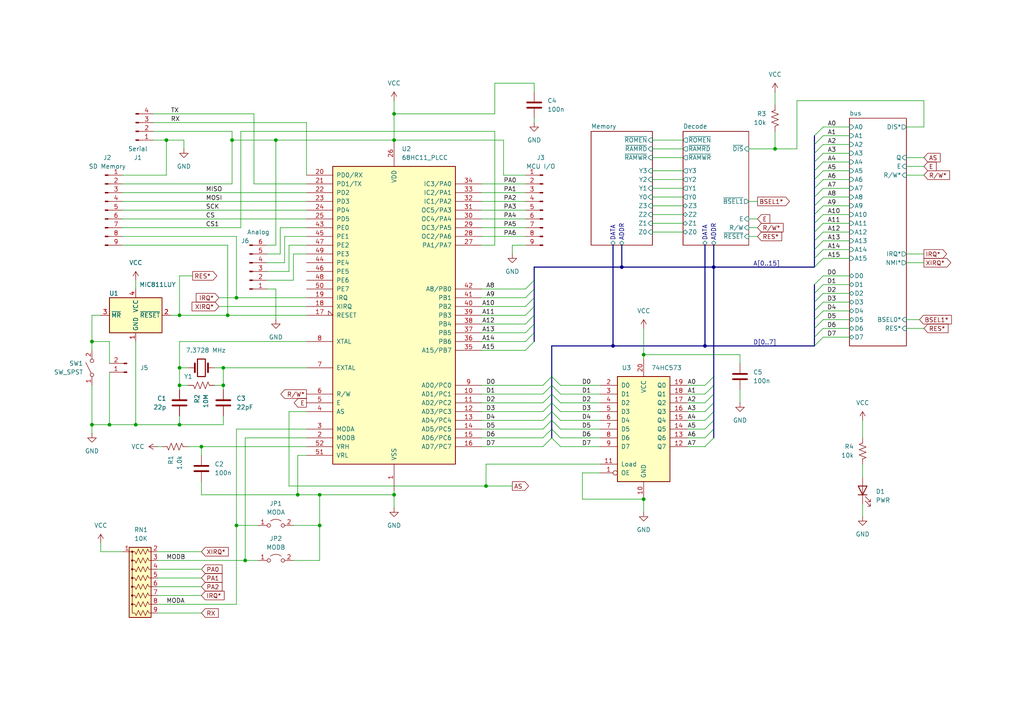
<source format=kicad_sch>
(kicad_sch (version 20231120) (generator "eeschema") (generator_version "8.0")
  (paper "A4")
  (title_block (title "Mini11/8 Board V1.0") (date "2023-10-05") (rev "1") (company "kw"))
  (lib_symbols
    (symbol "74xx:74LS573" (pin_names (offset 1.016))
      (property "Reference" "U" (at -7.62 16.51 0))
      (property "Value" "74LS573" (at -7.62 -16.51 0))
      (symbol "74LS573_1_0"
        (pin input inverted (at -12.7 -12.7 0) (length 5.08) (name "OE") (number "1"))
        (pin power_in line (at 0 -20.32 90) (length 5.08) (name "GND") (number "10"))
        (pin input line (at -12.7 -10.16 0) (length 5.08) (name "Load") (number "11"))
        (pin tri_state line (at 12.7 -5.08 180) (length 5.08) (name "Q7") (number "12"))
        (pin tri_state line (at 12.7 -2.54 180) (length 5.08) (name "Q6") (number "13"))
        (pin tri_state line (at 12.7 0 180) (length 5.08) (name "Q5") (number "14"))
        (pin tri_state line (at 12.7 2.54 180) (length 5.08) (name "Q4") (number "15"))
        (pin tri_state line (at 12.7 5.08 180) (length 5.08) (name "Q3") (number "16"))
        (pin tri_state line (at 12.7 7.62 180) (length 5.08) (name "Q2") (number "17"))
        (pin tri_state line (at 12.7 10.16 180) (length 5.08) (name "Q1") (number "18"))
        (pin tri_state line (at 12.7 12.7 180) (length 5.08) (name "Q0") (number "19"))
        (pin input line (at -12.7 12.7 0) (length 5.08) (name "D0") (number "2"))
        (pin power_in line (at 0 20.32 270) (length 5.08) (name "VCC") (number "20"))
        (pin input line (at -12.7 10.16 0) (length 5.08) (name "D1") (number "3"))
        (pin input line (at -12.7 7.62 0) (length 5.08) (name "D2") (number "4"))
        (pin input line (at -12.7 5.08 0) (length 5.08) (name "D3") (number "5"))
        (pin input line (at -12.7 2.54 0) (length 5.08) (name "D4") (number "6"))
        (pin input line (at -12.7 0 0) (length 5.08) (name "D5") (number "7"))
        (pin input line (at -12.7 -2.54 0) (length 5.08) (name "D6") (number "8"))
        (pin input line (at -12.7 -5.08 0) (length 5.08) (name "D7") (number "9"))
      )
    )
    (symbol "Connector:Conn_01x02_Pin" (pin_names (offset 1.016) hide)
      (property "Reference" "J" (at 0 2.54 0))
      (property "Value" "Conn_01x02_Pin" (at 0 -5.08 0))
      (symbol "Conn_01x02_Pin_1_1"
        (pin passive line (at 5.08 0 180) (length 3.81) (name "Pin_1") (number "1"))
        (pin passive line (at 5.08 -2.54 180) (length 3.81) (name "Pin_2") (number "2"))
      )
    )
    (symbol "Connector:Conn_01x04_Pin" (pin_names (offset 1.016) hide)
      (property "Reference" "J" (at 0 5.08 0))
      (property "Value" "Conn_01x04_Pin" (at 0 -7.62 0))
      (symbol "Conn_01x04_Pin_1_1"
        (pin passive line (at 5.08 2.54 180) (length 3.81) (name "Pin_1") (number "1"))
        (pin passive line (at 5.08 0 180) (length 3.81) (name "Pin_2") (number "2"))
        (pin passive line (at 5.08 -2.54 180) (length 3.81) (name "Pin_3") (number "3"))
        (pin passive line (at 5.08 -5.08 180) (length 3.81) (name "Pin_4") (number "4"))
      )
    )
    (symbol "Connector:Conn_01x06_Pin" (pin_names (offset 1.016) hide)
      (property "Reference" "J" (at 0 7.62 0))
      (property "Value" "Conn_01x06_Pin" (at 0 -10.16 0))
      (symbol "Conn_01x06_Pin_1_1"
        (pin passive line (at 5.08 5.08 180) (length 3.81) (name "Pin_1") (number "1"))
        (pin passive line (at 5.08 2.54 180) (length 3.81) (name "Pin_2") (number "2"))
        (pin passive line (at 5.08 0 180) (length 3.81) (name "Pin_3") (number "3"))
        (pin passive line (at 5.08 -2.54 180) (length 3.81) (name "Pin_4") (number "4"))
        (pin passive line (at 5.08 -5.08 180) (length 3.81) (name "Pin_5") (number "5"))
        (pin passive line (at 5.08 -7.62 180) (length 3.81) (name "Pin_6") (number "6"))
      )
    )
    (symbol "Connector:Conn_01x09_Pin" (pin_names (offset 1.016) hide)
      (property "Reference" "J" (at 0 12.7 0))
      (property "Value" "Conn_01x09_Pin" (at 0 -12.7 0))
      (symbol "Conn_01x09_Pin_1_1"
        (pin passive line (at 5.08 10.16 180) (length 3.81) (name "Pin_1") (number "1"))
        (pin passive line (at 5.08 7.62 180) (length 3.81) (name "Pin_2") (number "2"))
        (pin passive line (at 5.08 5.08 180) (length 3.81) (name "Pin_3") (number "3"))
        (pin passive line (at 5.08 2.54 180) (length 3.81) (name "Pin_4") (number "4"))
        (pin passive line (at 5.08 0 180) (length 3.81) (name "Pin_5") (number "5"))
        (pin passive line (at 5.08 -2.54 180) (length 3.81) (name "Pin_6") (number "6"))
        (pin passive line (at 5.08 -5.08 180) (length 3.81) (name "Pin_7") (number "7"))
        (pin passive line (at 5.08 -7.62 180) (length 3.81) (name "Pin_8") (number "8"))
        (pin passive line (at 5.08 -10.16 180) (length 3.81) (name "Pin_9") (number "9"))
      )
    )
    (symbol "Device:C" (pin_numbers hide) (pin_names (offset 0.254))
      (property "Reference" "C" (at 0.635 2.54 0))
      (property "Value" "C" (at 0.635 -2.54 0))
      (symbol "C_1_1"
        (pin passive line (at 0 3.81 270) (length 2.794) (name "~") (number "1"))
        (pin passive line (at 0 -3.81 90) (length 2.794) (name "~") (number "2"))
      )
    )
    (symbol "Device:Crystal" (pin_numbers hide) (pin_names (offset 1.016) hide)
      (property "Reference" "Y" (at 0 3.81 0))
      (property "Value" "Crystal" (at 0 -3.81 0))
      (symbol "Crystal_1_1"
        (pin passive line (at -3.81 0 0) (length 1.27) (name "1") (number "1"))
        (pin passive line (at 3.81 0 180) (length 1.27) (name "2") (number "2"))
      )
    )
    (symbol "Device:LED" (pin_numbers hide) (pin_names (offset 1.016) hide)
      (property "Reference" "D" (at 0 2.54 0))
      (property "Value" "LED" (at 0 -2.54 0))
      (symbol "LED_1_1"
        (pin passive line (at -3.81 0 0) (length 2.54) (name "K") (number "1"))
        (pin passive line (at 3.81 0 180) (length 2.54) (name "A") (number "2"))
      )
    )
    (symbol "Device:R_Network08_US" (pin_names (offset 0) hide)
      (property "Reference" "RN" (at -12.7 0 90))
      (property "Value" "R_Network08_US" (at 10.16 0 90))
      (symbol "R_Network08_US_1_1"
        (pin passive line (at -10.16 5.08 270) (length 2.54) (name "common") (number "1"))
        (pin passive line (at -10.16 -5.08 90) (length 1.27) (name "R1") (number "2"))
        (pin passive line (at -7.62 -5.08 90) (length 1.27) (name "R2") (number "3"))
        (pin passive line (at -5.08 -5.08 90) (length 1.27) (name "R3") (number "4"))
        (pin passive line (at -2.54 -5.08 90) (length 1.27) (name "R4") (number "5"))
        (pin passive line (at 0 -5.08 90) (length 1.27) (name "R5") (number "6"))
        (pin passive line (at 2.54 -5.08 90) (length 1.27) (name "R6") (number "7"))
        (pin passive line (at 5.08 -5.08 90) (length 1.27) (name "R7") (number "8"))
        (pin passive line (at 7.62 -5.08 90) (length 1.27) (name "R8") (number "9"))
      )
    )
    (symbol "Device:R_US" (pin_numbers hide) (pin_names (offset 0))
      (property "Reference" "R" (at 2.54 0 90))
      (property "Value" "R_US" (at -2.54 0 90))
      (symbol "R_US_1_1"
        (pin passive line (at 0 3.81 270) (length 1.27) (name "~") (number "1"))
        (pin passive line (at 0 -3.81 90) (length 1.27) (name "~") (number "2"))
      )
    )
    (symbol "Jumper:Jumper_2_Open" (pin_names (offset 0) hide)
      (property "Reference" "JP" (at 0 2.794 0))
      (property "Value" "Jumper_2_Open" (at 0 -2.286 0))
      (symbol "Jumper_2_Open_1_1"
        (pin passive line (at -5.08 0 0) (length 2.54) (name "A") (number "1"))
        (pin passive line (at 5.08 0 180) (length 2.54) (name "B") (number "2"))
      )
    )
    (symbol "MCU_NXP_HC11:68HC11_PLCC" (pin_names (offset 1.016))
      (property "Reference" "U" (at 7.62 45.72 0))
      (property "Value" "68HC11_PLCC" (at 12.7 -46.99 0))
      (symbol "68HC11_PLCC_1_1"
        (pin power_in line (at 0 -50.8 90) (length 7.62) (name "VSS") (number "1"))
        (pin tri_state line (at 25.4 -22.86 180) (length 7.62) (name "AD1/PC1") (number "10"))
        (pin tri_state line (at 25.4 -25.4 180) (length 7.62) (name "AD2/PC2") (number "11"))
        (pin tri_state line (at 25.4 -27.94 180) (length 7.62) (name "AD3/PC3") (number "12"))
        (pin tri_state line (at 25.4 -30.48 180) (length 7.62) (name "AD4/PC4") (number "13"))
        (pin tri_state line (at 25.4 -33.02 180) (length 7.62) (name "AD5/PC5") (number "14"))
        (pin tri_state line (at 25.4 -35.56 180) (length 7.62) (name "AD6/PC6") (number "15"))
        (pin tri_state line (at 25.4 -38.1 180) (length 7.62) (name "AD7/PC7") (number "16"))
        (pin input input_low (at -25.4 0 0) (length 7.62) (name "RESET") (number "17"))
        (pin input line (at -25.4 2.54 0) (length 7.62) (name "XIRQ") (number "18"))
        (pin input line (at -25.4 5.08 0) (length 7.62) (name "IRQ") (number "19"))
        (pin input line (at -25.4 -35.56 0) (length 7.62) (name "MODB") (number "2"))
        (pin bidirectional line (at -25.4 40.64 0) (length 7.62) (name "PD0/RX") (number "20"))
        (pin bidirectional line (at -25.4 38.1 0) (length 7.62) (name "PD1/TX") (number "21"))
        (pin bidirectional line (at -25.4 35.56 0) (length 7.62) (name "PD2") (number "22"))
        (pin input line (at -25.4 33.02 0) (length 7.62) (name "PD3") (number "23"))
        (pin bidirectional line (at -25.4 30.48 0) (length 7.62) (name "PD4") (number "24"))
        (pin bidirectional line (at -25.4 27.94 0) (length 7.62) (name "PD5") (number "25"))
        (pin power_in line (at 0 50.8 270) (length 7.62) (name "VDD") (number "26"))
        (pin input line (at 25.4 20.32 180) (length 7.62) (name "PA1/PA7") (number "27"))
        (pin output line (at 25.4 22.86 180) (length 7.62) (name "OC2/PA6") (number "28"))
        (pin output line (at 25.4 25.4 180) (length 7.62) (name "OC3/PA5") (number "29"))
        (pin input line (at -25.4 -33.02 0) (length 7.62) (name "MODA") (number "3"))
        (pin output line (at 25.4 27.94 180) (length 7.62) (name "OC4/PA4") (number "30"))
        (pin output line (at 25.4 30.48 180) (length 7.62) (name "OC5/PA3") (number "31"))
        (pin input line (at 25.4 33.02 180) (length 7.62) (name "IC1/PA2") (number "32"))
        (pin input line (at 25.4 35.56 180) (length 7.62) (name "IC2/PA1") (number "33"))
        (pin input line (at 25.4 38.1 180) (length 7.62) (name "IC3/PA0") (number "34"))
        (pin output line (at 25.4 -10.16 180) (length 7.62) (name "A15/PB7") (number "35"))
        (pin output line (at 25.4 -7.62 180) (length 7.62) (name "PB6") (number "36"))
        (pin output line (at 25.4 -5.08 180) (length 7.62) (name "PB5") (number "37"))
        (pin output line (at 25.4 -2.54 180) (length 7.62) (name "PB4") (number "38"))
        (pin output line (at 25.4 0 180) (length 7.62) (name "PB3") (number "39"))
        (pin output line (at -25.4 -27.94 0) (length 7.62) (name "AS") (number "4"))
        (pin output line (at 25.4 2.54 180) (length 7.62) (name "PB2") (number "40"))
        (pin output line (at 25.4 5.08 180) (length 7.62) (name "PB1") (number "41"))
        (pin output line (at 25.4 7.62 180) (length 7.62) (name "A8/PB0") (number "42"))
        (pin input line (at -25.4 25.4 0) (length 7.62) (name "PE0") (number "43"))
        (pin input line (at -25.4 15.24 0) (length 7.62) (name "PE4") (number "44"))
        (pin input line (at -25.4 22.86 0) (length 7.62) (name "PE1") (number "45"))
        (pin input line (at -25.4 12.7 0) (length 7.62) (name "PE5") (number "46"))
        (pin input line (at -25.4 20.32 0) (length 7.62) (name "PE2") (number "47"))
        (pin input line (at -25.4 10.16 0) (length 7.62) (name "PE6") (number "48"))
        (pin input line (at -25.4 17.78 0) (length 7.62) (name "PE3") (number "49"))
        (pin output line (at -25.4 -25.4 0) (length 7.62) (name "E") (number "5"))
        (pin input line (at -25.4 7.62 0) (length 7.62) (name "PE7") (number "50"))
        (pin passive line (at -25.4 -40.64 0) (length 7.62) (name "VRL") (number "51"))
        (pin passive line (at -25.4 -38.1 0) (length 7.62) (name "VRH") (number "52"))
        (pin output line (at -25.4 -22.86 0) (length 7.62) (name "R/W") (number "6"))
        (pin input line (at -25.4 -15.24 0) (length 7.62) (name "EXTAL") (number "7"))
        (pin output line (at -25.4 -7.62 0) (length 7.62) (name "XTAL") (number "8"))
        (pin tri_state line (at 25.4 -20.32 180) (length 7.62) (name "AD0/PC0") (number "9"))
      )
    )
    (symbol "Power_Supervisor:MIC811LUY"
      (property "Reference" "U" (at -7.62 6.35 0))
      (property "Value" "MIC811LUY" (at 1.27 6.35 0))
      (symbol "MIC811LUY_1_1"
        (pin power_in line (at 0 -7.62 90) (length 2.54) (name "GND") (number "1"))
        (pin output line (at 10.16 0 180) (length 2.54) (name "~{RESET}") (number "2"))
        (pin input line (at -10.16 0 0) (length 2.54) (name "~{MR}") (number "3"))
        (pin power_in line (at 0 7.62 270) (length 2.54) (name "VCC") (number "4"))
      )
    )
    (symbol "Switch:SW_SPST" (pin_names (offset 0) hide)
      (property "Reference" "SW" (at 0 3.175 0))
      (property "Value" "SW_SPST" (at 0 -2.54 0))
      (symbol "SW_SPST_1_1"
        (pin passive line (at -5.08 0 0) (length 2.54) (name "A") (number "1"))
        (pin passive line (at 5.08 0 180) (length 2.54) (name "B") (number "2"))
      )
    )
    (symbol "power:GND" (power) (pin_numbers hide) (pin_names (offset 0) hide)
      (property "Value" "GND" (at 0 -3.81 0))
      (symbol "GND_1_1"
        (pin power_in line (at 0 0 270) (length 0) (name "~") (number "1"))
      )
    )
    (symbol "power:VCC" (power) (pin_numbers hide) (pin_names (offset 0) hide)
      (property "Value" "VCC" (at 0 3.556 0))
      (symbol "VCC_1_1"
        (pin power_in line (at 0 0 90) (length 0) (name "~") (number "1"))
      )
    )
  )
  (junction (at 48.26 40.64))
  (junction (at 180.34 77.47))
  (junction (at 86.36 143.51))
  (junction (at 52.07 91.44))
  (junction (at 52.07 123.19))
  (junction (at 177.8 100.33))
  (junction (at 64.77 111.76))
  (junction (at 140.97 140.97))
  (junction (at 64.77 106.68))
  (junction (at 26.67 123.19))
  (junction (at 31.75 123.19))
  (junction (at 66.04 91.44))
  (junction (at 39.37 123.19))
  (junction (at 114.3 143.51))
  (junction (at 58.42 129.54))
  (junction (at 186.69 102.87))
  (junction (at 80.01 40.64))
  (junction (at 52.07 106.68))
  (junction (at 92.71 143.51))
  (junction (at 207.01 77.47))
  (junction (at 204.47 100.33))
  (junction (at 67.31 40.64))
  (junction (at 26.67 99.06))
  (junction (at 92.71 152.4))
  (junction (at 114.3 40.64))
  (junction (at 71.12 162.56))
  (junction (at 114.3 33.02))
  (junction (at 68.58 152.4))
  (junction (at 186.69 144.78))
  (junction (at 224.79 43.18))
  (junction (at 68.58 86.36))
  (junction (at 52.07 111.76))
  (bus_entry (at 204.47 124.46) (size 2.54 -2.54))
  (bus_entry (at 162.56 114.3) (size -2.54 -2.54))
  (bus_entry (at 154.94 99.06) (size -2.54 2.54))
  (bus_entry (at 236.22 77.47) (size 2.54 -2.54))
  (bus_entry (at 236.22 59.69) (size 2.54 -2.54))
  (bus_entry (at 238.76 85.09) (size -2.54 2.54))
  (bus_entry (at 162.56 119.38) (size -2.54 -2.54))
  (bus_entry (at 238.76 92.71) (size -2.54 2.54))
  (bus_entry (at 157.48 124.46) (size 2.54 -2.54))
  (bus_entry (at 157.48 111.76) (size 2.54 -2.54))
  (bus_entry (at 236.22 41.91) (size 2.54 -2.54))
  (bus_entry (at 238.76 90.17) (size -2.54 2.54))
  (bus_entry (at 154.94 86.36) (size -2.54 2.54))
  (bus_entry (at 236.22 62.23) (size 2.54 -2.54))
  (bus_entry (at 236.22 67.31) (size 2.54 -2.54))
  (bus_entry (at 238.76 95.25) (size -2.54 2.54))
  (bus_entry (at 157.48 129.54) (size 2.54 -2.54))
  (bus_entry (at 204.47 121.92) (size 2.54 -2.54))
  (bus_entry (at 236.22 64.77) (size 2.54 -2.54))
  (bus_entry (at 157.48 114.3) (size 2.54 -2.54))
  (bus_entry (at 204.47 111.76) (size 2.54 -2.54))
  (bus_entry (at 157.48 119.38) (size 2.54 -2.54))
  (bus_entry (at 238.76 82.55) (size -2.54 2.54))
  (bus_entry (at 157.48 127) (size 2.54 -2.54))
  (bus_entry (at 236.22 39.37) (size 2.54 -2.54))
  (bus_entry (at 236.22 49.53) (size 2.54 -2.54))
  (bus_entry (at 236.22 44.45) (size 2.54 -2.54))
  (bus_entry (at 204.47 116.84) (size 2.54 -2.54))
  (bus_entry (at 204.47 129.54) (size 2.54 -2.54))
  (bus_entry (at 236.22 69.85) (size 2.54 -2.54))
  (bus_entry (at 154.94 91.44) (size -2.54 2.54))
  (bus_entry (at 204.47 114.3) (size 2.54 -2.54))
  (bus_entry (at 154.94 81.28) (size -2.54 2.54))
  (bus_entry (at 157.48 121.92) (size 2.54 -2.54))
  (bus_entry (at 204.47 127) (size 2.54 -2.54))
  (bus_entry (at 154.94 83.82) (size -2.54 2.54))
  (bus_entry (at 236.22 54.61) (size 2.54 -2.54))
  (bus_entry (at 204.47 119.38) (size 2.54 -2.54))
  (bus_entry (at 162.56 124.46) (size -2.54 -2.54))
  (bus_entry (at 236.22 52.07) (size 2.54 -2.54))
  (bus_entry (at 236.22 57.15) (size 2.54 -2.54))
  (bus_entry (at 157.48 116.84) (size 2.54 -2.54))
  (bus_entry (at 238.76 97.79) (size -2.54 2.54))
  (bus_entry (at 162.56 127) (size -2.54 -2.54))
  (bus_entry (at 238.76 87.63) (size -2.54 2.54))
  (bus_entry (at 162.56 116.84) (size -2.54 -2.54))
  (bus_entry (at 236.22 74.93) (size 2.54 -2.54))
  (bus_entry (at 154.94 88.9) (size -2.54 2.54))
  (bus_entry (at 154.94 96.52) (size -2.54 2.54))
  (bus_entry (at 238.76 80.01) (size -2.54 2.54))
  (bus_entry (at 154.94 93.98) (size -2.54 2.54))
  (bus_entry (at 162.56 111.76) (size -2.54 -2.54))
  (bus_entry (at 236.22 72.39) (size 2.54 -2.54))
  (bus_entry (at 236.22 46.99) (size 2.54 -2.54))
  (bus_entry (at 162.56 121.92) (size -2.54 -2.54))
  (bus_entry (at 162.56 129.54) (size -2.54 -2.54))
  (wire (pts (xy 250.19 146.05) (xy 250.19 149.86)))
  (wire (pts (xy 189.23 43.18) (xy 198.12 43.18)))
  (bus (pts (xy 236.22 57.15) (xy 236.22 54.61)))
  (wire (pts (xy 63.5 86.36) (xy 68.58 86.36)))
  (wire (pts (xy 238.76 80.01) (xy 246.38 80.01)))
  (bus (pts (xy 160.02 127) (xy 160.02 124.46)))
  (wire (pts (xy 26.67 91.44) (xy 26.67 99.06)))
  (wire (pts (xy 238.76 52.07) (xy 246.38 52.07)))
  (wire (pts (xy 139.7 88.9) (xy 152.4 88.9)))
  (bus (pts (xy 236.22 67.31) (xy 236.22 64.77)))
  (wire (pts (xy 88.9 132.08) (xy 86.36 132.08)))
  (wire (pts (xy 139.7 55.88) (xy 152.4 55.88)))
  (wire (pts (xy 262.89 45.72) (xy 267.97 45.72)))
  (bus (pts (xy 160.02 121.92) (xy 160.02 119.38)))
  (wire (pts (xy 262.89 92.71) (xy 266.7 92.71)))
  (bus (pts (xy 207.01 71.12) (xy 207.01 77.47)))
  (wire (pts (xy 140.97 140.97) (xy 148.59 140.97)))
  (bus (pts (xy 236.22 85.09) (xy 236.22 87.63)))
  (wire (pts (xy 189.23 54.61) (xy 198.12 54.61)))
  (wire (pts (xy 83.82 78.74) (xy 83.82 71.12)))
  (wire (pts (xy 231.14 43.18) (xy 224.79 43.18)))
  (wire (pts (xy 238.76 92.71) (xy 246.38 92.71)))
  (wire (pts (xy 143.51 38.1) (xy 69.85 38.1)))
  (wire (pts (xy 139.7 68.58) (xy 152.4 68.58)))
  (wire (pts (xy 139.7 96.52) (xy 152.4 96.52)))
  (wire (pts (xy 64.77 106.68) (xy 64.77 111.76)))
  (wire (pts (xy 54.61 129.54) (xy 58.42 129.54)))
  (wire (pts (xy 52.07 106.68) (xy 52.07 111.76)))
  (wire (pts (xy 48.26 50.8) (xy 48.26 40.64)))
  (wire (pts (xy 224.79 43.18) (xy 217.17 43.18)))
  (wire (pts (xy 139.7 66.04) (xy 152.4 66.04)))
  (wire (pts (xy 88.9 35.56) (xy 44.45 35.56)))
  (wire (pts (xy 31.75 99.06) (xy 26.67 99.06)))
  (wire (pts (xy 199.39 124.46) (xy 204.47 124.46)))
  (wire (pts (xy 77.47 71.12) (xy 80.01 71.12)))
  (wire (pts (xy 114.3 143.51) (xy 114.3 142.24)))
  (bus (pts (xy 154.94 81.28) (xy 154.94 77.47)))
  (bus (pts (xy 236.22 92.71) (xy 236.22 95.25)))
  (bus (pts (xy 154.94 83.82) (xy 154.94 81.28)))
  (wire (pts (xy 31.75 107.95) (xy 31.75 123.19)))
  (bus (pts (xy 154.94 88.9) (xy 154.94 91.44)))
  (wire (pts (xy 143.51 33.02) (xy 143.51 24.13)))
  (wire (pts (xy 262.89 48.26) (xy 267.97 48.26)))
  (wire (pts (xy 238.76 82.55) (xy 246.38 82.55)))
  (wire (pts (xy 189.23 52.07) (xy 198.12 52.07)))
  (wire (pts (xy 238.76 69.85) (xy 246.38 69.85)))
  (wire (pts (xy 139.7 114.3) (xy 157.48 114.3)))
  (wire (pts (xy 26.67 99.06) (xy 26.67 101.6)))
  (wire (pts (xy 168.91 137.16) (xy 168.91 144.78)))
  (wire (pts (xy 58.42 139.7) (xy 58.42 143.51)))
  (wire (pts (xy 238.76 41.91) (xy 246.38 41.91)))
  (wire (pts (xy 92.71 143.51) (xy 114.3 143.51)))
  (wire (pts (xy 162.56 129.54) (xy 173.99 129.54)))
  (wire (pts (xy 238.76 64.77) (xy 246.38 64.77)))
  (wire (pts (xy 186.69 95.25) (xy 186.69 102.87)))
  (wire (pts (xy 62.23 111.76) (xy 64.77 111.76)))
  (wire (pts (xy 146.05 50.8) (xy 152.4 50.8)))
  (wire (pts (xy 189.23 67.31) (xy 198.12 67.31)))
  (wire (pts (xy 45.72 177.8) (xy 58.42 177.8)))
  (wire (pts (xy 139.7 101.6) (xy 152.4 101.6)))
  (wire (pts (xy 162.56 119.38) (xy 173.99 119.38)))
  (wire (pts (xy 139.7 121.92) (xy 157.48 121.92)))
  (wire (pts (xy 55.88 80.01) (xy 52.07 80.01)))
  (wire (pts (xy 82.55 68.58) (xy 88.9 68.58)))
  (wire (pts (xy 199.39 114.3) (xy 204.47 114.3)))
  (wire (pts (xy 45.72 162.56) (xy 71.12 162.56)))
  (bus (pts (xy 160.02 100.33) (xy 177.8 100.33)))
  (wire (pts (xy 68.58 152.4) (xy 74.93 152.4)))
  (bus (pts (xy 207.01 111.76) (xy 207.01 114.3)))
  (wire (pts (xy 88.9 53.34) (xy 73.66 53.34)))
  (bus (pts (xy 236.22 74.93) (xy 236.22 72.39)))
  (bus (pts (xy 180.34 71.12) (xy 180.34 77.47)))
  (wire (pts (xy 168.91 137.16) (xy 173.99 137.16)))
  (bus (pts (xy 236.22 72.39) (xy 236.22 69.85)))
  (wire (pts (xy 262.89 76.2) (xy 267.97 76.2)))
  (wire (pts (xy 26.67 111.76) (xy 26.67 123.19)))
  (bus (pts (xy 207.01 77.47) (xy 207.01 109.22)))
  (bus (pts (xy 154.94 93.98) (xy 154.94 96.52)))
  (wire (pts (xy 29.21 157.48) (xy 29.21 160.02)))
  (wire (pts (xy 189.23 40.64) (xy 198.12 40.64)))
  (wire (pts (xy 86.36 132.08) (xy 86.36 143.51)))
  (bus (pts (xy 236.22 41.91) (xy 236.22 39.37)))
  (wire (pts (xy 88.9 129.54) (xy 58.42 129.54)))
  (wire (pts (xy 168.91 144.78) (xy 186.69 144.78)))
  (wire (pts (xy 199.39 119.38) (xy 204.47 119.38)))
  (bus (pts (xy 236.22 49.53) (xy 236.22 46.99)))
  (wire (pts (xy 45.72 175.26) (xy 68.58 175.26)))
  (wire (pts (xy 199.39 111.76) (xy 204.47 111.76)))
  (wire (pts (xy 83.82 119.38) (xy 83.82 140.97)))
  (bus (pts (xy 180.34 77.47) (xy 207.01 77.47)))
  (bus (pts (xy 207.01 77.47) (xy 236.22 77.47)))
  (wire (pts (xy 139.7 63.5) (xy 152.4 63.5)))
  (wire (pts (xy 92.71 162.56) (xy 92.71 152.4)))
  (wire (pts (xy 139.7 111.76) (xy 157.48 111.76)))
  (wire (pts (xy 85.09 81.28) (xy 85.09 73.66)))
  (wire (pts (xy 77.47 73.66) (xy 81.28 73.66)))
  (wire (pts (xy 68.58 124.46) (xy 68.58 152.4)))
  (wire (pts (xy 52.07 106.68) (xy 52.07 99.06)))
  (wire (pts (xy 154.94 34.29) (xy 154.94 35.56)))
  (wire (pts (xy 83.82 71.12) (xy 88.9 71.12)))
  (wire (pts (xy 238.76 85.09) (xy 246.38 85.09)))
  (bus (pts (xy 177.8 100.33) (xy 204.47 100.33)))
  (wire (pts (xy 88.9 50.8) (xy 88.9 35.56)))
  (wire (pts (xy 224.79 38.1) (xy 224.79 43.18)))
  (wire (pts (xy 52.07 80.01) (xy 52.07 91.44)))
  (wire (pts (xy 189.23 57.15) (xy 198.12 57.15)))
  (wire (pts (xy 186.69 148.59) (xy 186.69 144.78)))
  (wire (pts (xy 139.7 99.06) (xy 152.4 99.06)))
  (wire (pts (xy 139.7 91.44) (xy 152.4 91.44)))
  (wire (pts (xy 231.14 29.21) (xy 231.14 43.18)))
  (bus (pts (xy 154.94 77.47) (xy 180.34 77.47)))
  (bus (pts (xy 160.02 109.22) (xy 160.02 100.33)))
  (wire (pts (xy 85.09 152.4) (xy 92.71 152.4)))
  (bus (pts (xy 154.94 83.82) (xy 154.94 86.36)))
  (wire (pts (xy 52.07 111.76) (xy 54.61 111.76)))
  (bus (pts (xy 207.01 124.46) (xy 207.01 121.92)))
  (wire (pts (xy 64.77 106.68) (xy 88.9 106.68)))
  (wire (pts (xy 46.99 129.54) (xy 45.72 129.54)))
  (wire (pts (xy 199.39 121.92) (xy 204.47 121.92)))
  (wire (pts (xy 238.76 97.79) (xy 246.38 97.79)))
  (bus (pts (xy 207.01 127) (xy 207.01 124.46)))
  (bus (pts (xy 207.01 116.84) (xy 207.01 114.3)))
  (wire (pts (xy 162.56 114.3) (xy 173.99 114.3)))
  (wire (pts (xy 162.56 111.76) (xy 173.99 111.76)))
  (wire (pts (xy 85.09 162.56) (xy 92.71 162.56)))
  (wire (pts (xy 82.55 76.2) (xy 82.55 68.58)))
  (wire (pts (xy 68.58 152.4) (xy 68.58 175.26)))
  (wire (pts (xy 29.21 91.44) (xy 26.67 91.44)))
  (wire (pts (xy 67.31 40.64) (xy 67.31 38.1)))
  (bus (pts (xy 236.22 64.77) (xy 236.22 62.23)))
  (wire (pts (xy 214.63 102.87) (xy 214.63 105.41)))
  (wire (pts (xy 139.7 124.46) (xy 157.48 124.46)))
  (wire (pts (xy 80.01 40.64) (xy 114.3 40.64)))
  (wire (pts (xy 250.19 127) (xy 250.19 121.92)))
  (bus (pts (xy 177.8 71.12) (xy 177.8 100.33)))
  (bus (pts (xy 236.22 62.23) (xy 236.22 59.69)))
  (wire (pts (xy 114.3 40.64) (xy 146.05 40.64)))
  (wire (pts (xy 148.59 71.12) (xy 152.4 71.12)))
  (wire (pts (xy 199.39 116.84) (xy 204.47 116.84)))
  (wire (pts (xy 189.23 62.23) (xy 198.12 62.23)))
  (wire (pts (xy 35.56 55.88) (xy 88.9 55.88)))
  (bus (pts (xy 236.22 87.63) (xy 236.22 90.17)))
  (wire (pts (xy 262.89 73.66) (xy 267.97 73.66)))
  (wire (pts (xy 45.72 165.1) (xy 58.42 165.1)))
  (bus (pts (xy 236.22 82.55) (xy 236.22 85.09)))
  (wire (pts (xy 73.66 53.34) (xy 73.66 33.02)))
  (wire (pts (xy 49.53 91.44) (xy 52.07 91.44)))
  (bus (pts (xy 236.22 46.99) (xy 236.22 44.45)))
  (wire (pts (xy 267.97 36.83) (xy 262.89 36.83)))
  (wire (pts (xy 217.17 66.04) (xy 219.71 66.04)))
  (wire (pts (xy 35.56 71.12) (xy 66.04 71.12)))
  (wire (pts (xy 146.05 40.64) (xy 146.05 50.8)))
  (wire (pts (xy 35.56 68.58) (xy 68.58 68.58)))
  (bus (pts (xy 204.47 71.12) (xy 204.47 100.33)))
  (wire (pts (xy 114.3 33.02) (xy 143.51 33.02)))
  (wire (pts (xy 114.3 29.21) (xy 114.3 33.02)))
  (wire (pts (xy 238.76 39.37) (xy 246.38 39.37)))
  (wire (pts (xy 189.23 59.69) (xy 198.12 59.69)))
  (wire (pts (xy 66.04 91.44) (xy 88.9 91.44)))
  (bus (pts (xy 207.01 111.76) (xy 207.01 109.22)))
  (wire (pts (xy 139.7 116.84) (xy 157.48 116.84)))
  (wire (pts (xy 139.7 129.54) (xy 157.48 129.54)))
  (bus (pts (xy 236.22 44.45) (xy 236.22 41.91)))
  (wire (pts (xy 139.7 127) (xy 157.48 127)))
  (wire (pts (xy 45.72 167.64) (xy 58.42 167.64)))
  (wire (pts (xy 224.79 26.67) (xy 224.79 30.48)))
  (wire (pts (xy 238.76 62.23) (xy 246.38 62.23)))
  (wire (pts (xy 139.7 53.34) (xy 152.4 53.34)))
  (wire (pts (xy 64.77 111.76) (xy 64.77 113.03)))
  (wire (pts (xy 238.76 87.63) (xy 246.38 87.63)))
  (wire (pts (xy 77.47 78.74) (xy 83.82 78.74)))
  (wire (pts (xy 189.23 49.53) (xy 198.12 49.53)))
  (wire (pts (xy 45.72 172.72) (xy 58.42 172.72)))
  (wire (pts (xy 52.07 123.19) (xy 64.77 123.19)))
  (wire (pts (xy 48.26 40.64) (xy 53.34 40.64)))
  (wire (pts (xy 217.17 68.58) (xy 219.71 68.58)))
  (wire (pts (xy 68.58 68.58) (xy 68.58 86.36)))
  (bus (pts (xy 154.94 96.52) (xy 154.94 99.06)))
  (wire (pts (xy 238.76 46.99) (xy 246.38 46.99)))
  (bus (pts (xy 204.47 100.33) (xy 236.22 100.33)))
  (wire (pts (xy 35.56 58.42) (xy 88.9 58.42)))
  (wire (pts (xy 31.75 99.06) (xy 31.75 105.41)))
  (bus (pts (xy 236.22 74.93) (xy 236.22 77.47)))
  (wire (pts (xy 58.42 129.54) (xy 58.42 132.08)))
  (wire (pts (xy 143.51 71.12) (xy 143.51 38.1)))
  (bus (pts (xy 236.22 90.17) (xy 236.22 92.71)))
  (wire (pts (xy 86.36 143.51) (xy 92.71 143.51)))
  (wire (pts (xy 140.97 140.97) (xy 140.97 134.62)))
  (wire (pts (xy 80.01 83.82) (xy 80.01 92.71)))
  (wire (pts (xy 29.21 160.02) (xy 35.56 160.02)))
  (wire (pts (xy 92.71 152.4) (xy 92.71 143.51)))
  (wire (pts (xy 238.76 36.83) (xy 246.38 36.83)))
  (wire (pts (xy 39.37 123.19) (xy 52.07 123.19)))
  (bus (pts (xy 236.22 95.25) (xy 236.22 97.79)))
  (wire (pts (xy 26.67 123.19) (xy 31.75 123.19)))
  (bus (pts (xy 236.22 59.69) (xy 236.22 57.15)))
  (wire (pts (xy 58.42 143.51) (xy 86.36 143.51)))
  (wire (pts (xy 69.85 38.1) (xy 69.85 66.04)))
  (wire (pts (xy 189.23 64.77) (xy 198.12 64.77)))
  (wire (pts (xy 262.89 50.8) (xy 267.97 50.8)))
  (wire (pts (xy 81.28 66.04) (xy 88.9 66.04)))
  (wire (pts (xy 217.17 58.42) (xy 219.71 58.42)))
  (wire (pts (xy 154.94 24.13) (xy 154.94 26.67)))
  (wire (pts (xy 88.9 124.46) (xy 68.58 124.46)))
  (wire (pts (xy 189.23 45.72) (xy 198.12 45.72)))
  (wire (pts (xy 67.31 38.1) (xy 44.45 38.1)))
  (wire (pts (xy 139.7 119.38) (xy 157.48 119.38)))
  (wire (pts (xy 73.66 33.02) (xy 44.45 33.02)))
  (wire (pts (xy 80.01 71.12) (xy 80.01 40.64)))
  (wire (pts (xy 238.76 59.69) (xy 246.38 59.69)))
  (wire (pts (xy 77.47 76.2) (xy 82.55 76.2)))
  (bus (pts (xy 236.22 52.07) (xy 236.22 49.53)))
  (wire (pts (xy 186.69 102.87) (xy 214.63 102.87)))
  (bus (pts (xy 236.22 97.79) (xy 236.22 100.33)))
  (wire (pts (xy 186.69 102.87) (xy 186.69 104.14)))
  (wire (pts (xy 35.56 50.8) (xy 48.26 50.8)))
  (wire (pts (xy 77.47 81.28) (xy 85.09 81.28)))
  (wire (pts (xy 68.58 86.36) (xy 88.9 86.36)))
  (bus (pts (xy 160.02 119.38) (xy 160.02 116.84)))
  (wire (pts (xy 238.76 54.61) (xy 246.38 54.61)))
  (wire (pts (xy 162.56 124.46) (xy 173.99 124.46)))
  (wire (pts (xy 80.01 83.82) (xy 77.47 83.82)))
  (wire (pts (xy 52.07 99.06) (xy 88.9 99.06)))
  (bus (pts (xy 160.02 116.84) (xy 160.02 114.3)))
  (wire (pts (xy 139.7 93.98) (xy 152.4 93.98)))
  (wire (pts (xy 62.23 106.68) (xy 64.77 106.68)))
  (wire (pts (xy 85.09 73.66) (xy 88.9 73.66)))
  (bus (pts (xy 160.02 111.76) (xy 160.02 109.22)))
  (wire (pts (xy 238.76 67.31) (xy 246.38 67.31)))
  (wire (pts (xy 139.7 86.36) (xy 152.4 86.36)))
  (wire (pts (xy 39.37 99.06) (xy 39.37 123.19)))
  (wire (pts (xy 214.63 116.84) (xy 214.63 113.03)))
  (wire (pts (xy 35.56 53.34) (xy 67.31 53.34)))
  (wire (pts (xy 250.19 134.62) (xy 250.19 138.43)))
  (wire (pts (xy 143.51 24.13) (xy 154.94 24.13)))
  (wire (pts (xy 162.56 121.92) (xy 173.99 121.92)))
  (wire (pts (xy 71.12 162.56) (xy 74.93 162.56)))
  (wire (pts (xy 231.14 29.21) (xy 267.97 29.21)))
  (wire (pts (xy 45.72 160.02) (xy 58.42 160.02)))
  (wire (pts (xy 162.56 127) (xy 173.99 127)))
  (wire (pts (xy 81.28 73.66) (xy 81.28 66.04)))
  (wire (pts (xy 52.07 106.68) (xy 54.61 106.68)))
  (wire (pts (xy 148.59 71.12) (xy 148.59 73.66)))
  (wire (pts (xy 139.7 58.42) (xy 152.4 58.42)))
  (wire (pts (xy 44.45 40.64) (xy 48.26 40.64)))
  (wire (pts (xy 83.82 140.97) (xy 140.97 140.97)))
  (wire (pts (xy 39.37 81.28) (xy 39.37 83.82)))
  (wire (pts (xy 88.9 119.38) (xy 83.82 119.38)))
  (wire (pts (xy 114.3 33.02) (xy 114.3 40.64)))
  (wire (pts (xy 31.75 123.19) (xy 39.37 123.19)))
  (wire (pts (xy 67.31 53.34) (xy 67.31 40.64)))
  (wire (pts (xy 162.56 116.84) (xy 173.99 116.84)))
  (bus (pts (xy 154.94 86.36) (xy 154.94 88.9)))
  (wire (pts (xy 238.76 90.17) (xy 246.38 90.17)))
  (wire (pts (xy 199.39 129.54) (xy 204.47 129.54)))
  (wire (pts (xy 52.07 111.76) (xy 52.07 113.03)))
  (wire (pts (xy 217.17 63.5) (xy 219.71 63.5)))
  (bus (pts (xy 236.22 54.61) (xy 236.22 52.07)))
  (wire (pts (xy 52.07 123.19) (xy 52.07 120.65)))
  (wire (pts (xy 114.3 147.32) (xy 114.3 143.51)))
  (bus (pts (xy 207.01 119.38) (xy 207.01 116.84)))
  (bus (pts (xy 236.22 69.85) (xy 236.22 67.31)))
  (wire (pts (xy 267.97 29.21) (xy 267.97 36.83)))
  (wire (pts (xy 26.67 125.73) (xy 26.67 123.19)))
  (wire (pts (xy 63.5 88.9) (xy 88.9 88.9)))
  (wire (pts (xy 71.12 127) (xy 71.12 162.56)))
  (wire (pts (xy 238.76 95.25) (xy 246.38 95.25)))
  (wire (pts (xy 45.72 170.18) (xy 58.42 170.18)))
  (bus (pts (xy 160.02 124.46) (xy 160.02 121.92)))
  (wire (pts (xy 238.76 49.53) (xy 246.38 49.53)))
  (wire (pts (xy 238.76 57.15) (xy 246.38 57.15)))
  (wire (pts (xy 139.7 60.96) (xy 152.4 60.96)))
  (wire (pts (xy 238.76 74.93) (xy 246.38 74.93)))
  (wire (pts (xy 199.39 127) (xy 204.47 127)))
  (wire (pts (xy 53.34 40.64) (xy 53.34 43.18)))
  (wire (pts (xy 66.04 71.12) (xy 66.04 91.44)))
  (wire (pts (xy 35.56 60.96) (xy 88.9 60.96)))
  (wire (pts (xy 67.31 40.64) (xy 80.01 40.64)))
  (wire (pts (xy 35.56 63.5) (xy 88.9 63.5)))
  (wire (pts (xy 139.7 83.82) (xy 152.4 83.82)))
  (wire (pts (xy 139.7 71.12) (xy 143.51 71.12)))
  (wire (pts (xy 238.76 44.45) (xy 246.38 44.45)))
  (bus (pts (xy 160.02 111.76) (xy 160.02 114.3)))
  (wire (pts (xy 140.97 134.62) (xy 173.99 134.62)))
  (wire (pts (xy 35.56 66.04) (xy 69.85 66.04)))
  (bus (pts (xy 154.94 91.44) (xy 154.94 93.98)))
  (wire (pts (xy 262.89 95.25) (xy 267.97 95.25)))
  (wire (pts (xy 52.07 91.44) (xy 66.04 91.44)))
  (wire (pts (xy 88.9 127) (xy 71.12 127)))
  (wire (pts (xy 64.77 123.19) (xy 64.77 120.65)))
  (wire (pts (xy 238.76 72.39) (xy 246.38 72.39)))
  (bus (pts (xy 207.01 121.92) (xy 207.01 119.38)))
  (label "A3" (at 199.39 119.38 0))
  (label "SCK" (at 59.69 60.96 0))
  (label "CS1" (at 59.69 66.04 0))
  (label "CS" (at 59.69 63.5 0))
  (label "D3" (at 242.57 87.63 180))
  (label "A4" (at 240.03 46.99 0))
  (label "D7" (at 242.57 97.79 180))
  (label "A[0..15]" (at 218.44 77.47 0))
  (label "D0" (at 171.45 111.76 180))
  (label "MOSI" (at 59.69 58.42 0))
  (label "PA0" (at 146.05 53.34 0))
  (label "D1" (at 140.97 114.3 0))
  (label "PA6" (at 146.05 68.58 0))
  (label "A7" (at 199.39 129.54 0))
  (label "A10" (at 143.51 88.9 180))
  (label "D2" (at 140.97 116.84 0))
  (label "A9" (at 240.03 59.69 0))
  (label "PA1" (at 146.05 55.88 0))
  (label "D2" (at 242.57 85.09 180))
  (label "A8" (at 240.03 57.15 0))
  (label "D4" (at 242.57 90.17 180))
  (label "A15" (at 143.51 101.6 180))
  (label "A11" (at 240.03 64.77 0))
  (label "A7" (at 240.03 54.61 0))
  (label "D0" (at 242.57 80.01 180))
  (label "A8" (at 140.97 83.82 0))
  (label "RX" (at 49.53 35.56 0))
  (label "A0" (at 199.39 111.76 0))
  (label "D5" (at 140.97 124.46 0))
  (label "A12" (at 240.03 67.31 0))
  (label "D[0..7]" (at 218.44 100.33 0))
  (label "D5" (at 171.45 124.46 180))
  (label "PA5" (at 146.05 66.04 0))
  (label "D1" (at 171.45 114.3 180))
  (label "A10" (at 240.03 62.23 0))
  (label "D3" (at 171.45 119.38 180))
  (label "TX" (at 49.53 33.02 0))
  (label "D6" (at 171.45 127 180))
  (label "MISO" (at 59.69 55.88 0))
  (label "A13" (at 240.03 69.85 0))
  (label "A13" (at 143.51 96.52 180))
  (label "A14" (at 143.51 99.06 180))
  (label "PA2" (at 146.05 58.42 0))
  (label "A6" (at 240.03 52.07 0))
  (label "A15" (at 240.03 74.93 0))
  (label "D1" (at 242.57 82.55 180))
  (label "A1" (at 240.03 39.37 0))
  (label "A14" (at 240.03 72.39 0))
  (label "D6" (at 140.97 127 0))
  (label "D0" (at 140.97 111.76 0))
  (label "D4" (at 140.97 121.92 0))
  (label "A9" (at 143.51 86.36 180))
  (label "PA4" (at 146.05 63.5 0))
  (label "A0" (at 240.03 36.83 0))
  (label "A2" (at 240.03 41.91 0))
  (label "D3" (at 140.97 119.38 0))
  (label "D7" (at 140.97 129.54 0))
  (label "A3" (at 240.03 44.45 0))
  (label "MODB" (at 48.26 162.56 0))
  (label "MODA" (at 48.26 175.26 0))
  (label "D2" (at 171.45 116.84 180))
  (label "D7" (at 171.45 129.54 180))
  (label "D6" (at 242.57 95.25 180))
  (label "A5" (at 199.39 124.46 0))
  (label "A6" (at 199.39 127 0))
  (label "A11" (at 143.51 91.44 180))
  (label "A12" (at 143.51 93.98 180))
  (label "A4" (at 199.39 121.92 0))
  (label "D4" (at 171.45 121.92 180))
  (label "D5" (at 242.57 92.71 180))
  (label "A5" (at 240.03 49.53 0))
  (label "A2" (at 199.39 116.84 0))
  (label "PA3" (at 146.05 60.96 0))
  (label "A1" (at 199.39 114.3 0))
  (global_label "E" (shape input) (at 267.97 48.26 0) (property "Intersheetrefs" "${INTERSHEET_REFS}" (effects (hide yes))))
  (global_label "XIRQ*" (shape input) (at 63.5 88.9 180) (property "Intersheetrefs" "${INTERSHEET_REFS}" (effects (hide yes))))
  (global_label "IRQ*" (shape input) (at 63.5 86.36 180) (property "Intersheetrefs" "${INTERSHEET_REFS}" (effects (hide yes))))
  (global_label "XIRQ*" (shape input) (at 58.42 160.02 0) (property "Intersheetrefs" "${INTERSHEET_REFS}" (effects (hide yes))))
  (global_label "E" (shape output) (at 88.9 116.84 180) (property "Intersheetrefs" "${INTERSHEET_REFS}" (effects (hide yes))))
  (global_label "R{slash}W*" (shape input) (at 219.71 66.04 0) (property "Intersheetrefs" "${INTERSHEET_REFS}" (effects (hide yes))))
  (global_label "RES*" (shape output) (at 55.88 80.01 0) (property "Intersheetrefs" "${INTERSHEET_REFS}" (effects (hide yes))))
  (global_label "RES*" (shape input) (at 267.97 95.25 0) (property "Intersheetrefs" "${INTERSHEET_REFS}" (effects (hide yes))))
  (global_label "AS" (shape input) (at 267.97 45.72 0) (property "Intersheetrefs" "${INTERSHEET_REFS}" (effects (hide yes))))
  (global_label "XIRQ*" (shape output) (at 267.97 76.2 0) (property "Intersheetrefs" "${INTERSHEET_REFS}" (effects (hide yes))))
  (global_label "RX" (shape input) (at 58.42 177.8 0) (property "Intersheetrefs" "${INTERSHEET_REFS}" (effects (hide yes))))
  (global_label "IRQ*" (shape output) (at 267.97 73.66 0) (property "Intersheetrefs" "${INTERSHEET_REFS}" (effects (hide yes))))
  (global_label "R{slash}W*" (shape input) (at 267.97 50.8 0) (property "Intersheetrefs" "${INTERSHEET_REFS}" (effects (hide yes))))
  (global_label "RES*" (shape input) (at 219.71 68.58 0) (property "Intersheetrefs" "${INTERSHEET_REFS}" (effects (hide yes))))
  (global_label "PA0" (shape input) (at 58.42 165.1 0) (property "Intersheetrefs" "${INTERSHEET_REFS}" (effects (hide yes))))
  (global_label "BSEL1*" (shape output) (at 219.71 58.42 0) (property "Intersheetrefs" "${INTERSHEET_REFS}" (effects (hide yes))))
  (global_label "IRQ*" (shape input) (at 58.42 172.72 0) (property "Intersheetrefs" "${INTERSHEET_REFS}" (effects (hide yes))))
  (global_label "R{slash}W*" (shape output) (at 88.9 114.3 180) (property "Intersheetrefs" "${INTERSHEET_REFS}" (effects (hide yes))))
  (global_label "PA2" (shape input) (at 58.42 170.18 0) (property "Intersheetrefs" "${INTERSHEET_REFS}" (effects (hide yes))))
  (global_label "E" (shape input) (at 219.71 63.5 0) (property "Intersheetrefs" "${INTERSHEET_REFS}" (effects (hide yes))))
  (global_label "AS" (shape output) (at 148.59 140.97 0) (property "Intersheetrefs" "${INTERSHEET_REFS}" (effects (hide yes))))
  (global_label "PA1" (shape input) (at 58.42 167.64 0) (property "Intersheetrefs" "${INTERSHEET_REFS}" (effects (hide yes))))
  (global_label "BSEL1*" (shape input) (at 266.7 92.71 0) (property "Intersheetrefs" "${INTERSHEET_REFS}" (effects (hide yes))))
  (symbol (lib_id "power:VCC") (at 29.21 157.48 0) (unit 1)
    (property "Reference" "#PWR02" (effects (hide yes)))
    (property "Value" "VCC" (at 29.21 152.4 0))
    (property "Description" "Power symbol creates a global label with name \"VCC\"" (effects (hide yes)))
  )
  (symbol (lib_id "Jumper:Jumper_2_Open") (at 80.01 162.56 0) (unit 1)
    (property "Reference" "JP2" (at 80.01 156.21 0))
    (property "Value" "MODB" (at 80.01 158.75 0))
    (property "Footprint" "Connector_PinHeader_2.54mm:PinHeader_1x02_P2.54mm_Vertical" (effects (hide yes)))
    (property "Description" "Jumper, 2-pole, open" (effects (hide yes)))
  )
  (symbol (lib_id "power:GND") (at 53.34 43.18 0) (unit 1)
    (property "Reference" "#PWR05" (effects (hide yes)))
    (property "Value" "GND" (at 53.34 48.26 0))
    (property "Description" "Power symbol creates a global label with name \"GND\" , ground" (effects (hide yes)))
  )
  (symbol (lib_id "Device:R_Network08_US") (at 40.64 170.18 90) (mirror x) (unit 1)
    (property "Reference" "RN1" (at 40.894 153.67 90))
    (property "Value" "10K" (at 40.894 156.21 90))
    (property "Footprint" "Resistor_THT:R_Array_SIP9" (effects (hide yes)))
    (property "Datasheet" "http://www.vishay.com/docs/31509/csc.pdf" (effects (hide yes)))
    (property "Description" "8 resistor network, star topology, bussed resistors, small US symbol" (effects (hide yes)))
  )
  (symbol (lib_id "Device:Crystal") (at 58.42 106.68 0) (unit 1)
    (property "Reference" "Y1" (at 54.61 109.22 0))
    (property "Value" "7.3728 MHz" (at 59.69 101.6 0))
    (property "Footprint" "Crystal:Crystal_HC18-U_Vertical" (effects (hide yes)))
    (property "Description" "Two pin crystal" (effects (hide yes)))
  )
  (symbol (lib_id "Device:C") (at 64.77 116.84 0) (unit 1)
    (property "Reference" "C3" (at 68.58 115.5699 0) (effects (justify left)))
    (property "Value" "22pF" (at 68.58 118.1099 0) (effects (justify left)))
    (property "Footprint" "Capacitor_THT:C_Disc_D5.0mm_W2.5mm_P5.00mm" (effects (hide yes)))
    (property "Description" "Unpolarized capacitor" (effects (hide yes)))
  )
  (symbol (lib_id "Connector:Conn_01x02_Pin") (at 36.83 107.95 180) (unit 1)
    (property "Reference" "J5" (at 40.64 106.68 0) (effects (justify right)))
    (property "Value" "Conn_01x02_Pin" (effects (hide yes)))
    (property "Footprint" "Connector_PinHeader_2.54mm:PinHeader_1x02_P2.54mm_Vertical" (effects (hide yes)))
    (property "Description" "Generic connector, single row, 01x02, script generated" (effects (hide yes)))
  )
  (symbol (lib_id "power:GND") (at 26.67 125.73 0) (unit 1)
    (property "Reference" "#PWR01" (effects (hide yes)))
    (property "Value" "GND" (at 26.67 130.81 0))
    (property "Description" "Power symbol creates a global label with name \"GND\" , ground" (effects (hide yes)))
  )
  (symbol (lib_id "Connector:Conn_01x06_Pin") (at 72.39 78.74 0) (mirror x) (unit 1)
    (property "Reference" "J6" (at 71.12 69.85 0))
    (property "Value" "Analog" (at 74.93 67.31 0))
    (property "Footprint" "Connector_PinHeader_2.54mm:PinHeader_1x06_P2.54mm_Vertical" (effects (hide yes)))
    (property "Description" "Generic connector, single row, 01x06, script generated" (effects (hide yes)))
  )
  (symbol (lib_id "power:VCC") (at 114.3 29.21 0) (unit 1)
    (property "Reference" "#PWR06" (effects (hide yes)))
    (property "Value" "VCC" (at 114.3 24.13 0))
    (property "Description" "Power symbol creates a global label with name \"VCC\"" (effects (hide yes)))
  )
  (symbol (lib_id "Device:R_US") (at 58.42 111.76 90) (mirror x) (unit 1)
    (property "Reference" "R2" (at 57.1499 114.3 0) (effects (justify left)))
    (property "Value" "10M" (at 59.6899 114.3 0) (effects (justify left)))
    (property "Footprint" "Resistor_THT:R_Axial_DIN0207_L6.3mm_D2.5mm_P7.62mm_Horizontal" (effects (hide yes)))
    (property "Description" "Resistor, US symbol" (effects (hide yes)))
  )
  (symbol (lib_id "power:VCC") (at 45.72 129.54 90) (unit 1)
    (property "Reference" "#PWR04" (effects (hide yes)))
    (property "Value" "VCC" (at 41.91 129.5399 90) (effects (justify left)))
    (property "Description" "Power symbol creates a global label with name \"VCC\"" (effects (hide yes)))
  )
  (symbol (lib_id "power:GND") (at 214.63 116.84 0) (unit 1)
    (property "Reference" "#PWR012" (effects (hide yes)))
    (property "Value" "GND" (at 214.63 121.92 0))
    (property "Description" "Power symbol creates a global label with name \"GND\" , ground" (effects (hide yes)))
  )
  (symbol (lib_id "power:GND") (at 148.59 73.66 0) (unit 1)
    (property "Reference" "#PWR08" (effects (hide yes)))
    (property "Value" "GND" (at 148.59 78.74 0))
    (property "Description" "Power symbol creates a global label with name \"GND\" , ground" (effects (hide yes)))
  )
  (symbol (lib_id "Device:C") (at 214.63 109.22 0) (unit 1)
    (property "Reference" "C5" (at 218.44 107.9499 0) (effects (justify left)))
    (property "Value" "100n" (at 218.44 110.4899 0) (effects (justify left)))
    (property "Footprint" "Capacitor_THT:C_Disc_D5.0mm_W2.5mm_P5.00mm" (effects (hide yes)))
    (property "Description" "Unpolarized capacitor" (effects (hide yes)))
  )
  (symbol (lib_id "MCU_NXP_HC11:68HC11_PLCC") (at 114.3 91.44 0) (unit 1)
    (property "Reference" "U2" (at 116.4941 43.18 0) (effects (justify left)))
    (property "Value" "68HC11_PLCC" (at 116.4941 45.72 0) (effects (justify left)))
    (property "Footprint" "Package_LCC:PLCC-52_THT-Socket" (effects (hide yes)))
    (property "Description" "HC11 Microcontroller, PLCC-52" (effects (hide yes)))
  )
  (symbol (lib_id "power:VCC") (at 186.69 95.25 0) (unit 1)
    (property "Reference" "#PWR010" (effects (hide yes)))
    (property "Value" "VCC" (at 186.69 90.17 0))
    (property "Description" "Power symbol creates a global label with name \"VCC\"" (effects (hide yes)))
  )
  (symbol (lib_id "power:GND") (at 80.01 92.71 0) (unit 1)
    (property "Reference" "#PWR039" (effects (hide yes)))
    (property "Value" "GND" (at 80.01 97.79 0))
    (property "Description" "Power symbol creates a global label with name \"GND\" , ground" (effects (hide yes)))
  )
  (symbol (lib_id "Device:C") (at 52.07 116.84 0) (mirror y) (unit 1)
    (property "Reference" "C1" (at 48.26 115.5699 0) (effects (justify left)))
    (property "Value" "22p" (at 48.26 118.1099 0) (effects (justify left)))
    (property "Footprint" "Capacitor_THT:C_Disc_D5.0mm_W2.5mm_P5.00mm" (effects (hide yes)))
    (property "Description" "Unpolarized capacitor" (effects (hide yes)))
  )
  (symbol (lib_id "Connector:Conn_01x04_Pin") (at 39.37 38.1 0) (mirror x) (unit 1)
    (property "Reference" "J1" (at 40.005 45.72 0))
    (property "Value" "Serial" (at 40.005 43.18 0))
    (property "Footprint" "Connector_PinHeader_2.54mm:PinHeader_1x04_P2.54mm_Vertical" (effects (hide yes)))
    (property "Description" "Generic connector, single row, 01x04, script generated" (effects (hide yes)))
  )
  (symbol (lib_id "Device:R_US") (at 224.79 34.29 0) (mirror y) (unit 1)
    (property "Reference" "R3" (at 222.25 33.0199 0) (effects (justify left)))
    (property "Value" "10k" (at 222.25 35.5599 0) (effects (justify left)))
    (property "Footprint" "Resistor_THT:R_Axial_DIN0207_L6.3mm_D2.5mm_P7.62mm_Horizontal" (effects (hide yes)))
    (property "Description" "Resistor, US symbol" (effects (hide yes)))
  )
  (symbol (lib_id "power:VCC") (at 39.37 81.28 0) (unit 1)
    (property "Reference" "#PWR03" (effects (hide yes)))
    (property "Value" "VCC" (at 39.37 76.2 0))
    (property "Description" "Power symbol creates a global label with name \"VCC\"" (effects (hide yes)))
  )
  (symbol (lib_id "power:VCC") (at 224.79 26.67 0) (unit 1)
    (property "Reference" "#PWR013" (effects (hide yes)))
    (property "Value" "VCC" (at 224.79 21.59 0))
    (property "Description" "Power symbol creates a global label with name \"VCC\"" (effects (hide yes)))
  )
  (symbol (lib_id "Power_Supervisor:MIC811LUY") (at 39.37 91.44 0) (unit 1)
    (property "Reference" "U1" (at 33.02 85.09 0))
    (property "Value" "MIC811LUY" (at 45.72 82.55 0))
    (property "Footprint" "Package_TO_SOT_SMD:SOT-143_Handsoldering" (effects (hide yes)))
    (property "Datasheet" "http://ww1.microchip.com/downloads/en/DeviceDoc/mic811.pdf" (effects (hide yes)))
    (property "Description" "Power supply supervisor, Manual reset, Threshold 4.63V, SOT-143" (effects (hide yes)))
  )
  (symbol (lib_id "Device:R_US") (at 250.19 130.81 0) (mirror y) (unit 1)
    (property "Reference" "R4" (at 247.65 129.5399 0) (effects (justify left)))
    (property "Value" "10k" (at 247.65 132.0799 0) (effects (justify left)))
    (property "Footprint" "Resistor_THT:R_Axial_DIN0207_L6.3mm_D2.5mm_P7.62mm_Horizontal" (effects (hide yes)))
    (property "Description" "Resistor, US symbol" (effects (hide yes)))
  )
  (symbol (lib_id "power:GND") (at 154.94 35.56 0) (unit 1)
    (property "Reference" "#PWR09" (effects (hide yes)))
    (property "Value" "GND" (at 154.94 40.64 0))
    (property "Description" "Power symbol creates a global label with name \"GND\" , ground" (effects (hide yes)))
  )
  (symbol (lib_id "power:GND") (at 186.69 148.59 0) (unit 1)
    (property "Reference" "#PWR011" (effects (hide yes)))
    (property "Value" "GND" (at 186.69 153.67 0))
    (property "Description" "Power symbol creates a global label with name \"GND\" , ground" (effects (hide yes)))
  )
  (symbol (lib_id "Device:C") (at 58.42 135.89 0) (unit 1)
    (property "Reference" "C2" (at 62.23 134.6199 0) (effects (justify left)))
    (property "Value" "100n" (at 62.23 137.1599 0) (effects (justify left)))
    (property "Footprint" "Capacitor_THT:C_Disc_D5.0mm_W2.5mm_P5.00mm" (effects (hide yes)))
    (property "Description" "Unpolarized capacitor" (effects (hide yes)))
  )
  (symbol (lib_id "Connector:Conn_01x09_Pin") (at 157.48 60.96 0) (mirror y) (unit 1)
    (property "Reference" "J3" (at 156.845 45.72 0))
    (property "Value" "MCU I/O" (at 156.845 48.26 0))
    (property "Footprint" "Connector_PinHeader_2.54mm:PinHeader_1x09_P2.54mm_Vertical" (effects (hide yes)))
    (property "Description" "Generic connector, single row, 01x09, script generated" (effects (hide yes)))
  )
  (symbol (lib_id "Device:R_US") (at 50.8 129.54 90) (mirror x) (unit 1)
    (property "Reference" "R1" (at 49.5299 132.08 0) (effects (justify left)))
    (property "Value" "1.0k" (at 52.0699 132.08 0) (effects (justify left)))
    (property "Footprint" "Resistor_THT:R_Axial_DIN0207_L6.3mm_D2.5mm_P7.62mm_Horizontal" (effects (hide yes)))
    (property "Description" "Resistor, US symbol" (effects (hide yes)))
  )
  (symbol (lib_id "Device:C") (at 154.94 30.48 0) (unit 1)
    (property "Reference" "C4" (at 158.75 29.2099 0) (effects (justify left)))
    (property "Value" "100n" (at 158.75 31.7499 0) (effects (justify left)))
    (property "Footprint" "Capacitor_THT:C_Disc_D5.0mm_W2.5mm_P5.00mm" (effects (hide yes)))
    (property "Description" "Unpolarized capacitor" (effects (hide yes)))
  )
  (symbol (lib_id "Jumper:Jumper_2_Open") (at 80.01 152.4 0) (unit 1)
    (property "Reference" "JP1" (at 80.01 146.05 0))
    (property "Value" "MODA" (at 80.01 148.59 0))
    (property "Footprint" "Connector_PinHeader_2.54mm:PinHeader_1x02_P2.54mm_Vertical" (effects (hide yes)))
    (property "Description" "Jumper, 2-pole, open" (effects (hide yes)))
  )
  (symbol (lib_id "power:VCC") (at 250.19 121.92 0) (unit 1)
    (property "Reference" "#PWR038" (effects (hide yes)))
    (property "Value" "VCC" (at 250.19 116.84 0))
    (property "Description" "Power symbol creates a global label with name \"VCC\"" (effects (hide yes)))
  )
  (symbol (lib_id "Switch:SW_SPST") (at 26.67 106.68 90) (unit 1)
    (property "Reference" "SW1" (at 24.13 105.4099 90) (effects (justify left)))
    (property "Value" "SW_SPST" (at 24.13 107.9499 90) (effects (justify left)))
    (property "Footprint" "Button_Switch_THT:SW_PUSH_6mm_H4.3mm" (effects (hide yes)))
    (property "Description" "Single Pole Single Throw (SPST) switch" (effects (hide yes)))
  )
  (symbol (lib_id "Device:LED") (at 250.19 142.24 90) (unit 1)
    (property "Reference" "D1" (at 254 142.5574 90) (effects (justify right)))
    (property "Value" "PWR" (at 254 145.0974 90) (effects (justify right)))
    (property "Footprint" "LED_THT:LED_D3.0mm" (effects (hide yes)))
    (property "Description" "Light emitting diode" (effects (hide yes)))
  )
  (symbol (lib_id "power:GND") (at 114.3 147.32 0) (unit 1)
    (property "Reference" "#PWR07" (effects (hide yes)))
    (property "Value" "GND" (at 114.3 152.4 0))
    (property "Description" "Power symbol creates a global label with name \"GND\" , ground" (effects (hide yes)))
  )
  (symbol (lib_id "74xx:74LS573") (at 186.69 124.46 0) (unit 1)
    (property "Reference" "U3" (at 180.34 106.68 0) (effects (justify left)))
    (property "Value" "74HC573" (at 188.8841 106.68 0) (effects (justify left)))
    (property "Footprint" "Package_DIP:DIP-20_W7.62mm_LongPads" (effects (hide yes)))
    (property "Datasheet" "74xx/74hc573.pdf" (effects (hide yes)))
    (property "Description" "8-bit Latch 3-state outputs" (effects (hide yes)))
  )
  (symbol (lib_id "power:GND") (at 250.19 149.86 0) (unit 1)
    (property "Reference" "#PWR037" (effects (hide yes)))
    (property "Value" "GND" (at 250.19 154.94 0))
    (property "Description" "Power symbol creates a global label with name \"GND\" , ground" (effects (hide yes)))
  )
  (symbol (lib_id "Connector:Conn_01x09_Pin") (at 30.48 60.96 0) (unit 1)
    (property "Reference" "J2" (at 31.115 45.72 0))
    (property "Value" "SD Memory" (at 31.115 48.26 0))
    (property "Footprint" "Connector_PinHeader_2.54mm:PinHeader_1x09_P2.54mm_Vertical" (effects (hide yes)))
    (property "Description" "Generic connector, single row, 01x09, script generated" (effects (hide yes)))
  )
  (sheet (at 198.12 38.1) (size 19.05 33.02) (stroke (width 0.1524))
    (property "Sheetname" "Decode" (at 198.12 37.3884 0) (effects (justify left bottom)))
    (property "Sheetfile" "Decode.kicad_sch" (effects (hide yes)))
    (pin "Z0" bidirectional (at 198.12 67.31 180))
    (pin "Z1" bidirectional (at 198.12 64.77 180))
    (pin "Z2" bidirectional (at 198.12 62.23 180))
    (pin "Z3" bidirectional (at 198.12 59.69 180))
    (pin "DATA" bidirectional (at 204.47 71.12 270))
    (pin "ADDR" bidirectional (at 207.01 71.12 270))
    (pin "~{BSEL1}" output (at 217.17 58.42 0))
    (pin "~{RAMWR}" output (at 198.12 45.72 180))
    (pin "~{ROMEN}" output (at 198.12 40.64 180))
    (pin "~{RAMRD}" output (at 198.12 43.18 180))
    (pin "Y0" output (at 198.12 57.15 180))
    (pin "Y1" output (at 198.12 54.61 180))
    (pin "Y2" output (at 198.12 52.07 180))
    (pin "~{RESET}" input (at 217.17 68.58 0))
    (pin "R{slash}W" input (at 217.17 66.04 0))
    (pin "E" input (at 217.17 63.5 0))
    (pin "~{DIS}" input (at 217.17 43.18 0))
    (pin "Y3" output (at 198.12 49.53 180))
  )
  (sheet (at 246.38 34.29) (size 16.51 66.04) (stroke (width 0.1524))
    (property "Sheetname" "bus" (at 246.38 33.5784 0) (effects (justify left bottom)))
    (property "Sheetfile" "bus_sch.kicad_sch" (effects (hide yes)))
    (pin "A15" input (at 246.38 74.93 180))
    (pin "A13" input (at 246.38 69.85 180))
    (pin "A12" input (at 246.38 67.31 180))
    (pin "A14" input (at 246.38 72.39 180))
    (pin "DIS*" output (at 262.89 36.83 0))
    (pin "D7" bidirectional (at 246.38 97.79 180))
    (pin "D1" bidirectional (at 246.38 82.55 180))
    (pin "D0" bidirectional (at 246.38 80.01 180))
    (pin "D2" bidirectional (at 246.38 85.09 180))
    (pin "D6" bidirectional (at 246.38 95.25 180))
    (pin "D4" bidirectional (at 246.38 90.17 180))
    (pin "D5" bidirectional (at 246.38 92.71 180))
    (pin "D3" bidirectional (at 246.38 87.63 180))
    (pin "A5" input (at 246.38 49.53 180))
    (pin "A6" input (at 246.38 52.07 180))
    (pin "A7" input (at 246.38 54.61 180))
    (pin "A8" input (at 246.38 57.15 180))
    (pin "A9" input (at 246.38 59.69 180))
    (pin "RES*" input (at 262.89 95.25 0))
    (pin "R{slash}W*" input (at 262.89 50.8 0))
    (pin "E" input (at 262.89 48.26 0))
    (pin "A0" input (at 246.38 36.83 180))
    (pin "A4" input (at 246.38 46.99 180))
    (pin "A1" input (at 246.38 39.37 180))
    (pin "A3" input (at 246.38 44.45 180))
    (pin "A2" input (at 246.38 41.91 180))
    (pin "A10" input (at 246.38 62.23 180))
    (pin "A11" input (at 246.38 64.77 180))
    (pin "BSEL0*" input (at 262.89 92.71 0))
    (pin "Q" input (at 262.89 45.72 0))
    (pin "NMI*" output (at 262.89 76.2 0))
    (pin "IRQ*" output (at 262.89 73.66 0))
  )
  (sheet (at 171.45 38.1) (size 17.78 33.02) (stroke (width 0.1524))
    (property "Sheetname" "Memory" (at 171.45 37.3884 0) (effects (justify left bottom)))
    (property "Sheetfile" "Memory.kicad_sch" (effects (hide yes)))
    (pin "DATA" bidirectional (at 177.8 71.12 270))
    (pin "ADDR" bidirectional (at 180.34 71.12 270))
    (pin "Y0" input (at 189.23 57.15 0))
    (pin "Y1" input (at 189.23 54.61 0))
    (pin "Y2" input (at 189.23 52.07 0))
    (pin "~{ROMEN}" input (at 189.23 40.64 0))
    (pin "~{RAMRD}" input (at 189.23 43.18 0))
    (pin "~{RAMWR}" input (at 189.23 45.72 0))
    (pin "Z2" input (at 189.23 62.23 0))
    (pin "Z0" input (at 189.23 67.31 0))
    (pin "Z1" input (at 189.23 64.77 0))
    (pin "Z3" input (at 189.23 59.69 0))
    (pin "Y3" input (at 189.23 49.53 0))
  )
)
</source>
